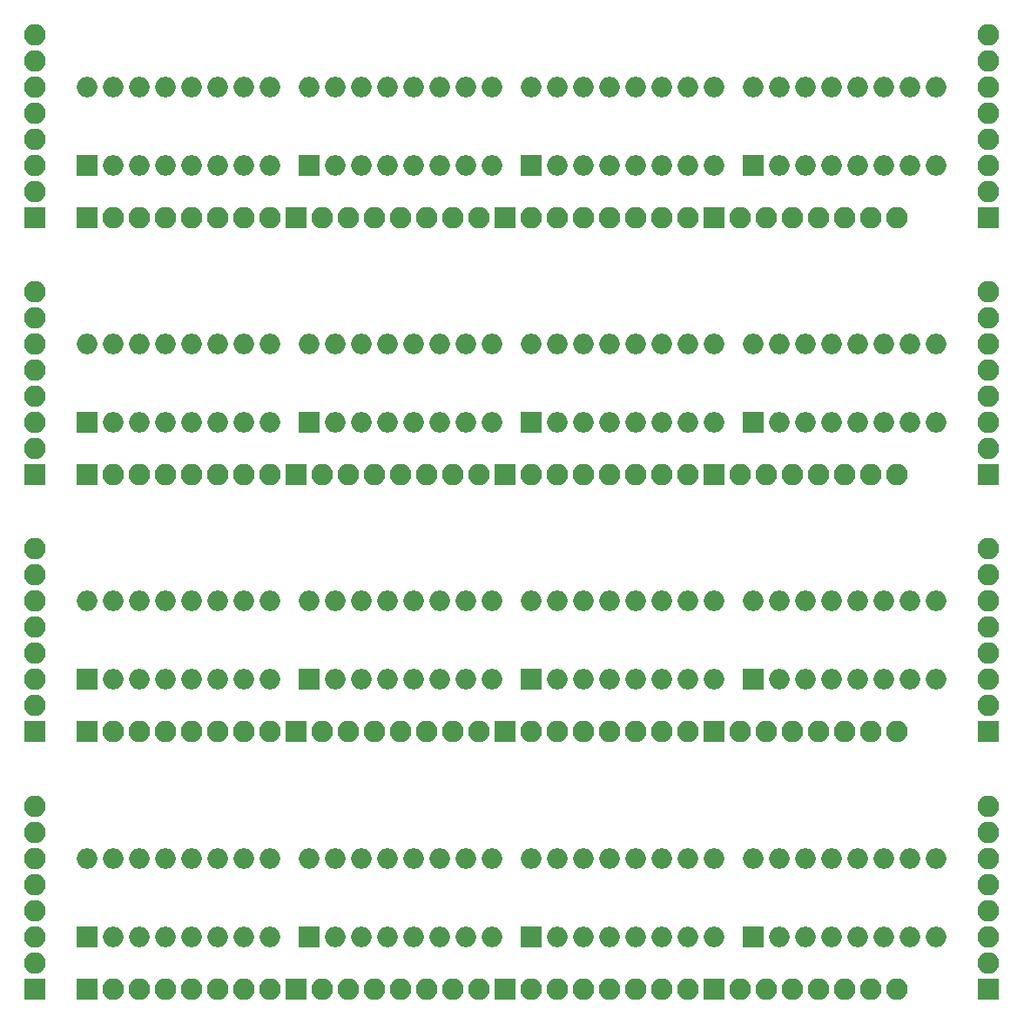
<source format=gbr>
G04 #@! TF.FileFunction,Soldermask,Bot*
%FSLAX46Y46*%
G04 Gerber Fmt 4.6, Leading zero omitted, Abs format (unit mm)*
G04 Created by KiCad (PCBNEW 4.0.6) date 07/03/17 20:38:38*
%MOMM*%
%LPD*%
G01*
G04 APERTURE LIST*
%ADD10C,0.100000*%
%ADD11R,2.000000X2.000000*%
%ADD12O,2.000000X2.000000*%
%ADD13R,2.100000X2.100000*%
%ADD14O,2.100000X2.100000*%
G04 APERTURE END LIST*
D10*
D11*
X119380000Y-151200000D03*
D12*
X137160000Y-143580000D03*
X121920000Y-151200000D03*
X134620000Y-143580000D03*
X124460000Y-151200000D03*
X132080000Y-143580000D03*
X127000000Y-151200000D03*
X129540000Y-143580000D03*
X129540000Y-151200000D03*
X127000000Y-143580000D03*
X132080000Y-151200000D03*
X124460000Y-143580000D03*
X134620000Y-151200000D03*
X121920000Y-143580000D03*
X137160000Y-151200000D03*
X119380000Y-143580000D03*
D11*
X119380000Y-126200000D03*
D12*
X137160000Y-118580000D03*
X121920000Y-126200000D03*
X134620000Y-118580000D03*
X124460000Y-126200000D03*
X132080000Y-118580000D03*
X127000000Y-126200000D03*
X129540000Y-118580000D03*
X129540000Y-126200000D03*
X127000000Y-118580000D03*
X132080000Y-126200000D03*
X124460000Y-118580000D03*
X134620000Y-126200000D03*
X121920000Y-118580000D03*
X137160000Y-126200000D03*
X119380000Y-118580000D03*
D11*
X119380000Y-101200000D03*
D12*
X137160000Y-93580000D03*
X121920000Y-101200000D03*
X134620000Y-93580000D03*
X124460000Y-101200000D03*
X132080000Y-93580000D03*
X127000000Y-101200000D03*
X129540000Y-93580000D03*
X129540000Y-101200000D03*
X127000000Y-93580000D03*
X132080000Y-101200000D03*
X124460000Y-93580000D03*
X134620000Y-101200000D03*
X121920000Y-93580000D03*
X137160000Y-101200000D03*
X119380000Y-93580000D03*
D13*
X116840000Y-156280000D03*
D14*
X119380000Y-156280000D03*
X121920000Y-156280000D03*
X124460000Y-156280000D03*
X127000000Y-156280000D03*
X129540000Y-156280000D03*
X132080000Y-156280000D03*
X134620000Y-156280000D03*
D13*
X116840000Y-131280000D03*
D14*
X119380000Y-131280000D03*
X121920000Y-131280000D03*
X124460000Y-131280000D03*
X127000000Y-131280000D03*
X129540000Y-131280000D03*
X132080000Y-131280000D03*
X134620000Y-131280000D03*
D13*
X116840000Y-106280000D03*
D14*
X119380000Y-106280000D03*
X121920000Y-106280000D03*
X124460000Y-106280000D03*
X127000000Y-106280000D03*
X129540000Y-106280000D03*
X132080000Y-106280000D03*
X134620000Y-106280000D03*
D11*
X76200000Y-151200000D03*
D12*
X93980000Y-143580000D03*
X78740000Y-151200000D03*
X91440000Y-143580000D03*
X81280000Y-151200000D03*
X88900000Y-143580000D03*
X83820000Y-151200000D03*
X86360000Y-143580000D03*
X86360000Y-151200000D03*
X83820000Y-143580000D03*
X88900000Y-151200000D03*
X81280000Y-143580000D03*
X91440000Y-151200000D03*
X78740000Y-143580000D03*
X93980000Y-151200000D03*
X76200000Y-143580000D03*
D11*
X76200000Y-126200000D03*
D12*
X93980000Y-118580000D03*
X78740000Y-126200000D03*
X91440000Y-118580000D03*
X81280000Y-126200000D03*
X88900000Y-118580000D03*
X83820000Y-126200000D03*
X86360000Y-118580000D03*
X86360000Y-126200000D03*
X83820000Y-118580000D03*
X88900000Y-126200000D03*
X81280000Y-118580000D03*
X91440000Y-126200000D03*
X78740000Y-118580000D03*
X93980000Y-126200000D03*
X76200000Y-118580000D03*
D11*
X76200000Y-101200000D03*
D12*
X93980000Y-93580000D03*
X78740000Y-101200000D03*
X91440000Y-93580000D03*
X81280000Y-101200000D03*
X88900000Y-93580000D03*
X83820000Y-101200000D03*
X86360000Y-93580000D03*
X86360000Y-101200000D03*
X83820000Y-93580000D03*
X88900000Y-101200000D03*
X81280000Y-93580000D03*
X91440000Y-101200000D03*
X78740000Y-93580000D03*
X93980000Y-101200000D03*
X76200000Y-93580000D03*
D13*
X76200000Y-156280000D03*
D14*
X78740000Y-156280000D03*
X81280000Y-156280000D03*
X83820000Y-156280000D03*
X86360000Y-156280000D03*
X88900000Y-156280000D03*
X91440000Y-156280000D03*
X93980000Y-156280000D03*
D13*
X76200000Y-131280000D03*
D14*
X78740000Y-131280000D03*
X81280000Y-131280000D03*
X83820000Y-131280000D03*
X86360000Y-131280000D03*
X88900000Y-131280000D03*
X91440000Y-131280000D03*
X93980000Y-131280000D03*
D13*
X76200000Y-106280000D03*
D14*
X78740000Y-106280000D03*
X81280000Y-106280000D03*
X83820000Y-106280000D03*
X86360000Y-106280000D03*
X88900000Y-106280000D03*
X91440000Y-106280000D03*
X93980000Y-106280000D03*
D13*
X71120000Y-156280000D03*
D14*
X71120000Y-153740000D03*
X71120000Y-151200000D03*
X71120000Y-148660000D03*
X71120000Y-146120000D03*
X71120000Y-143580000D03*
X71120000Y-141040000D03*
X71120000Y-138500000D03*
D13*
X71120000Y-131280000D03*
D14*
X71120000Y-128740000D03*
X71120000Y-126200000D03*
X71120000Y-123660000D03*
X71120000Y-121120000D03*
X71120000Y-118580000D03*
X71120000Y-116040000D03*
X71120000Y-113500000D03*
D13*
X71120000Y-106280000D03*
D14*
X71120000Y-103740000D03*
X71120000Y-101200000D03*
X71120000Y-98660000D03*
X71120000Y-96120000D03*
X71120000Y-93580000D03*
X71120000Y-91040000D03*
X71120000Y-88500000D03*
D11*
X97790000Y-151200000D03*
D12*
X115570000Y-143580000D03*
X100330000Y-151200000D03*
X113030000Y-143580000D03*
X102870000Y-151200000D03*
X110490000Y-143580000D03*
X105410000Y-151200000D03*
X107950000Y-143580000D03*
X107950000Y-151200000D03*
X105410000Y-143580000D03*
X110490000Y-151200000D03*
X102870000Y-143580000D03*
X113030000Y-151200000D03*
X100330000Y-143580000D03*
X115570000Y-151200000D03*
X97790000Y-143580000D03*
D11*
X97790000Y-126200000D03*
D12*
X115570000Y-118580000D03*
X100330000Y-126200000D03*
X113030000Y-118580000D03*
X102870000Y-126200000D03*
X110490000Y-118580000D03*
X105410000Y-126200000D03*
X107950000Y-118580000D03*
X107950000Y-126200000D03*
X105410000Y-118580000D03*
X110490000Y-126200000D03*
X102870000Y-118580000D03*
X113030000Y-126200000D03*
X100330000Y-118580000D03*
X115570000Y-126200000D03*
X97790000Y-118580000D03*
D11*
X97790000Y-101200000D03*
D12*
X115570000Y-93580000D03*
X100330000Y-101200000D03*
X113030000Y-93580000D03*
X102870000Y-101200000D03*
X110490000Y-93580000D03*
X105410000Y-101200000D03*
X107950000Y-93580000D03*
X107950000Y-101200000D03*
X105410000Y-93580000D03*
X110490000Y-101200000D03*
X102870000Y-93580000D03*
X113030000Y-101200000D03*
X100330000Y-93580000D03*
X115570000Y-101200000D03*
X97790000Y-93580000D03*
D13*
X96520000Y-156280000D03*
D14*
X99060000Y-156280000D03*
X101600000Y-156280000D03*
X104140000Y-156280000D03*
X106680000Y-156280000D03*
X109220000Y-156280000D03*
X111760000Y-156280000D03*
X114300000Y-156280000D03*
D13*
X96520000Y-131280000D03*
D14*
X99060000Y-131280000D03*
X101600000Y-131280000D03*
X104140000Y-131280000D03*
X106680000Y-131280000D03*
X109220000Y-131280000D03*
X111760000Y-131280000D03*
X114300000Y-131280000D03*
D13*
X96520000Y-106280000D03*
D14*
X99060000Y-106280000D03*
X101600000Y-106280000D03*
X104140000Y-106280000D03*
X106680000Y-106280000D03*
X109220000Y-106280000D03*
X111760000Y-106280000D03*
X114300000Y-106280000D03*
D13*
X137160000Y-156280000D03*
D14*
X139700000Y-156280000D03*
X142240000Y-156280000D03*
X144780000Y-156280000D03*
X147320000Y-156280000D03*
X149860000Y-156280000D03*
X152400000Y-156280000D03*
X154940000Y-156280000D03*
D13*
X137160000Y-131280000D03*
D14*
X139700000Y-131280000D03*
X142240000Y-131280000D03*
X144780000Y-131280000D03*
X147320000Y-131280000D03*
X149860000Y-131280000D03*
X152400000Y-131280000D03*
X154940000Y-131280000D03*
D13*
X137160000Y-106280000D03*
D14*
X139700000Y-106280000D03*
X142240000Y-106280000D03*
X144780000Y-106280000D03*
X147320000Y-106280000D03*
X149860000Y-106280000D03*
X152400000Y-106280000D03*
X154940000Y-106280000D03*
D11*
X140970000Y-151200000D03*
D12*
X158750000Y-143580000D03*
X143510000Y-151200000D03*
X156210000Y-143580000D03*
X146050000Y-151200000D03*
X153670000Y-143580000D03*
X148590000Y-151200000D03*
X151130000Y-143580000D03*
X151130000Y-151200000D03*
X148590000Y-143580000D03*
X153670000Y-151200000D03*
X146050000Y-143580000D03*
X156210000Y-151200000D03*
X143510000Y-143580000D03*
X158750000Y-151200000D03*
X140970000Y-143580000D03*
D11*
X140970000Y-126200000D03*
D12*
X158750000Y-118580000D03*
X143510000Y-126200000D03*
X156210000Y-118580000D03*
X146050000Y-126200000D03*
X153670000Y-118580000D03*
X148590000Y-126200000D03*
X151130000Y-118580000D03*
X151130000Y-126200000D03*
X148590000Y-118580000D03*
X153670000Y-126200000D03*
X146050000Y-118580000D03*
X156210000Y-126200000D03*
X143510000Y-118580000D03*
X158750000Y-126200000D03*
X140970000Y-118580000D03*
D11*
X140970000Y-101200000D03*
D12*
X158750000Y-93580000D03*
X143510000Y-101200000D03*
X156210000Y-93580000D03*
X146050000Y-101200000D03*
X153670000Y-93580000D03*
X148590000Y-101200000D03*
X151130000Y-93580000D03*
X151130000Y-101200000D03*
X148590000Y-93580000D03*
X153670000Y-101200000D03*
X146050000Y-93580000D03*
X156210000Y-101200000D03*
X143510000Y-93580000D03*
X158750000Y-101200000D03*
X140970000Y-93580000D03*
D13*
X163830000Y-156280000D03*
D14*
X163830000Y-153740000D03*
X163830000Y-151200000D03*
X163830000Y-148660000D03*
X163830000Y-146120000D03*
X163830000Y-143580000D03*
X163830000Y-141040000D03*
X163830000Y-138500000D03*
D13*
X163830000Y-131280000D03*
D14*
X163830000Y-128740000D03*
X163830000Y-126200000D03*
X163830000Y-123660000D03*
X163830000Y-121120000D03*
X163830000Y-118580000D03*
X163830000Y-116040000D03*
X163830000Y-113500000D03*
D13*
X163830000Y-106280000D03*
D14*
X163830000Y-103740000D03*
X163830000Y-101200000D03*
X163830000Y-98660000D03*
X163830000Y-96120000D03*
X163830000Y-93580000D03*
X163830000Y-91040000D03*
X163830000Y-88500000D03*
D11*
X140970000Y-76200000D03*
D12*
X158750000Y-68580000D03*
X143510000Y-76200000D03*
X156210000Y-68580000D03*
X146050000Y-76200000D03*
X153670000Y-68580000D03*
X148590000Y-76200000D03*
X151130000Y-68580000D03*
X151130000Y-76200000D03*
X148590000Y-68580000D03*
X153670000Y-76200000D03*
X146050000Y-68580000D03*
X156210000Y-76200000D03*
X143510000Y-68580000D03*
X158750000Y-76200000D03*
X140970000Y-68580000D03*
D13*
X76200000Y-81280000D03*
D14*
X78740000Y-81280000D03*
X81280000Y-81280000D03*
X83820000Y-81280000D03*
X86360000Y-81280000D03*
X88900000Y-81280000D03*
X91440000Y-81280000D03*
X93980000Y-81280000D03*
D13*
X96520000Y-81280000D03*
D14*
X99060000Y-81280000D03*
X101600000Y-81280000D03*
X104140000Y-81280000D03*
X106680000Y-81280000D03*
X109220000Y-81280000D03*
X111760000Y-81280000D03*
X114300000Y-81280000D03*
D13*
X116840000Y-81280000D03*
D14*
X119380000Y-81280000D03*
X121920000Y-81280000D03*
X124460000Y-81280000D03*
X127000000Y-81280000D03*
X129540000Y-81280000D03*
X132080000Y-81280000D03*
X134620000Y-81280000D03*
D13*
X137160000Y-81280000D03*
D14*
X139700000Y-81280000D03*
X142240000Y-81280000D03*
X144780000Y-81280000D03*
X147320000Y-81280000D03*
X149860000Y-81280000D03*
X152400000Y-81280000D03*
X154940000Y-81280000D03*
D11*
X76200000Y-76200000D03*
D12*
X93980000Y-68580000D03*
X78740000Y-76200000D03*
X91440000Y-68580000D03*
X81280000Y-76200000D03*
X88900000Y-68580000D03*
X83820000Y-76200000D03*
X86360000Y-68580000D03*
X86360000Y-76200000D03*
X83820000Y-68580000D03*
X88900000Y-76200000D03*
X81280000Y-68580000D03*
X91440000Y-76200000D03*
X78740000Y-68580000D03*
X93980000Y-76200000D03*
X76200000Y-68580000D03*
D11*
X97790000Y-76200000D03*
D12*
X115570000Y-68580000D03*
X100330000Y-76200000D03*
X113030000Y-68580000D03*
X102870000Y-76200000D03*
X110490000Y-68580000D03*
X105410000Y-76200000D03*
X107950000Y-68580000D03*
X107950000Y-76200000D03*
X105410000Y-68580000D03*
X110490000Y-76200000D03*
X102870000Y-68580000D03*
X113030000Y-76200000D03*
X100330000Y-68580000D03*
X115570000Y-76200000D03*
X97790000Y-68580000D03*
D11*
X119380000Y-76200000D03*
D12*
X137160000Y-68580000D03*
X121920000Y-76200000D03*
X134620000Y-68580000D03*
X124460000Y-76200000D03*
X132080000Y-68580000D03*
X127000000Y-76200000D03*
X129540000Y-68580000D03*
X129540000Y-76200000D03*
X127000000Y-68580000D03*
X132080000Y-76200000D03*
X124460000Y-68580000D03*
X134620000Y-76200000D03*
X121920000Y-68580000D03*
X137160000Y-76200000D03*
X119380000Y-68580000D03*
D13*
X71120000Y-81280000D03*
D14*
X71120000Y-78740000D03*
X71120000Y-76200000D03*
X71120000Y-73660000D03*
X71120000Y-71120000D03*
X71120000Y-68580000D03*
X71120000Y-66040000D03*
X71120000Y-63500000D03*
D13*
X163830000Y-81280000D03*
D14*
X163830000Y-78740000D03*
X163830000Y-76200000D03*
X163830000Y-73660000D03*
X163830000Y-71120000D03*
X163830000Y-68580000D03*
X163830000Y-66040000D03*
X163830000Y-63500000D03*
M02*

</source>
